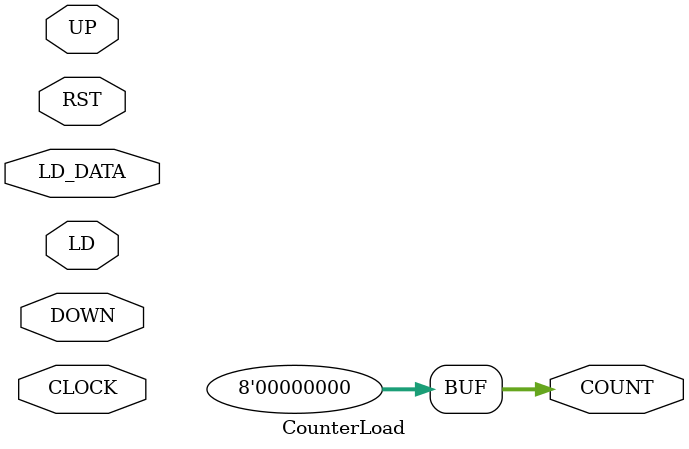
<source format=v>
/*Counter module with Load function*/
module  CounterLoad(CLOCK, UP, DOWN, RST, COUNT, LD, LD_DATA);

parameter WIDTH=8;
parameter MAX_VALUE = 255;

input wire CLOCK;
input wire UP;
input wire DOWN;
input wire RST;
output reg[WIDTH-1:0] COUNT = 0;
input wire LD;
input wire LD_DATA;

always @(negedge CLOCK && LD && RST)	begin
	COUNT = LD_DATA;
	if (COUNT > MAX_VALUE)
		COUNT = MAX_VALUE;
end

always @(negedge CLOCK && UP && RST)
	if (COUNT == MAX_VALUE)
		COUNT = 0;
	else
		COUNT = COUNT + 1;

always @(negedge CLOCK && DOWN && RST)
	if (COUNT == 0)
		COUNT = MAX_VALUE;
	else
		COUNT = COUNT - 1;

always @(!RST)
	COUNT = 0;

endmodule

</source>
